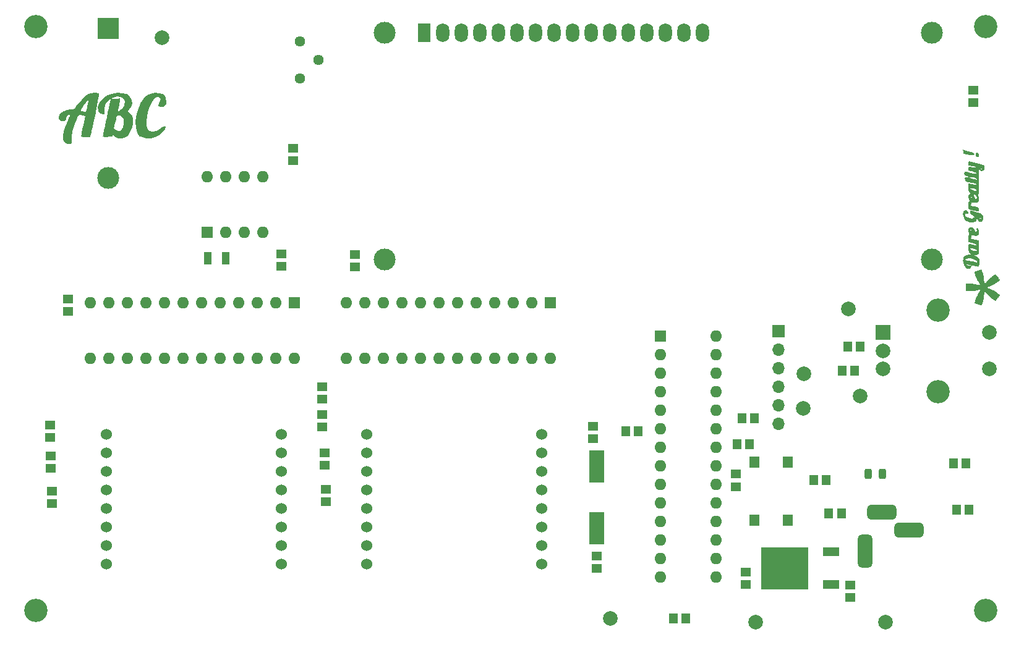
<source format=gbr>
%TF.GenerationSoftware,KiCad,Pcbnew,(6.0.5)*%
%TF.CreationDate,2022-07-21T17:28:52-04:00*%
%TF.ProjectId,Clock,436c6f63-6b2e-46b6-9963-61645f706362,rev?*%
%TF.SameCoordinates,PX4c4b400PY8a48640*%
%TF.FileFunction,Soldermask,Top*%
%TF.FilePolarity,Negative*%
%FSLAX46Y46*%
G04 Gerber Fmt 4.6, Leading zero omitted, Abs format (unit mm)*
G04 Created by KiCad (PCBNEW (6.0.5)) date 2022-07-21 17:28:52*
%MOMM*%
%LPD*%
G01*
G04 APERTURE LIST*
G04 Aperture macros list*
%AMRoundRect*
0 Rectangle with rounded corners*
0 $1 Rounding radius*
0 $2 $3 $4 $5 $6 $7 $8 $9 X,Y pos of 4 corners*
0 Add a 4 corners polygon primitive as box body*
4,1,4,$2,$3,$4,$5,$6,$7,$8,$9,$2,$3,0*
0 Add four circle primitives for the rounded corners*
1,1,$1+$1,$2,$3*
1,1,$1+$1,$4,$5*
1,1,$1+$1,$6,$7*
1,1,$1+$1,$8,$9*
0 Add four rect primitives between the rounded corners*
20,1,$1+$1,$2,$3,$4,$5,0*
20,1,$1+$1,$4,$5,$6,$7,0*
20,1,$1+$1,$6,$7,$8,$9,0*
20,1,$1+$1,$8,$9,$2,$3,0*%
G04 Aperture macros list end*
%ADD10R,1.000000X1.800000*%
%ADD11R,1.150000X1.400000*%
%ADD12C,3.200000*%
%ADD13R,1.600000X1.600000*%
%ADD14O,1.600000X1.600000*%
%ADD15R,1.400000X1.150000*%
%ADD16R,2.000000X2.000000*%
%ADD17C,2.000000*%
%ADD18C,1.524000*%
%ADD19R,2.200000X1.200000*%
%ADD20R,6.400000X5.800000*%
%ADD21R,2.000000X4.500000*%
%ADD22RoundRect,0.243750X-0.243750X-0.456250X0.243750X-0.456250X0.243750X0.456250X-0.243750X0.456250X0*%
%ADD23C,3.000000*%
%ADD24R,1.800000X2.600000*%
%ADD25O,1.800000X2.600000*%
%ADD26C,1.440000*%
%ADD27R,1.400000X1.600000*%
%ADD28RoundRect,0.500000X-0.500000X1.750000X-0.500000X-1.750000X0.500000X-1.750000X0.500000X1.750000X0*%
%ADD29RoundRect,0.500000X-1.500000X-0.500000X1.500000X-0.500000X1.500000X0.500000X-1.500000X0.500000X0*%
%ADD30R,3.000000X3.000000*%
%ADD31R,1.700000X1.700000*%
%ADD32O,1.700000X1.700000*%
G04 APERTURE END LIST*
%TO.C,G\u002A\u002A\u002A*%
G36*
X9749451Y73657561D02*
G01*
X9782476Y73657797D01*
X10055940Y73682141D01*
X10225850Y73784659D01*
X10347397Y73957570D01*
X10565975Y74265954D01*
X10878171Y74629685D01*
X11240848Y75005954D01*
X11610866Y75351949D01*
X11945089Y75624862D01*
X12173288Y75769587D01*
X12523506Y75890965D01*
X12916291Y75955691D01*
X13280941Y75958129D01*
X13546755Y75892647D01*
X13567496Y75880695D01*
X13601535Y75826185D01*
X13611850Y75706516D01*
X13595397Y75502182D01*
X13549133Y75193676D01*
X13470013Y74761494D01*
X13354994Y74186128D01*
X13201031Y73448074D01*
X13151096Y73212282D01*
X13002183Y72513476D01*
X12861743Y71859466D01*
X12736032Y71278989D01*
X12631305Y70800785D01*
X12553817Y70453592D01*
X12510005Y70266856D01*
X12417583Y69906060D01*
X11795913Y69906060D01*
X11455499Y69913424D01*
X11266458Y69942906D01*
X11188051Y70005590D01*
X11177166Y70074432D01*
X11197815Y70227632D01*
X11252276Y70528182D01*
X11332759Y70935561D01*
X11431476Y71409246D01*
X11453600Y71512455D01*
X11727112Y72782107D01*
X11436320Y72883478D01*
X11109759Y72972797D01*
X10895695Y72944667D01*
X10738246Y72774784D01*
X10618623Y72527841D01*
X10240610Y71530606D01*
X9995798Y70632329D01*
X9887869Y69847219D01*
X9882847Y69689707D01*
X9876331Y69315419D01*
X9857235Y69094079D01*
X9812294Y68986213D01*
X9728245Y68952346D01*
X9634848Y68951659D01*
X9352273Y68992236D01*
X9143637Y69051131D01*
X8864361Y69248136D01*
X8715704Y69585832D01*
X8697630Y70063645D01*
X8810102Y70681001D01*
X9053082Y71437324D01*
X9341822Y72142992D01*
X9491158Y72502164D01*
X9591641Y72784980D01*
X9630875Y72953849D01*
X9619451Y72984848D01*
X9356185Y72900098D01*
X9187869Y72681785D01*
X9153788Y72498021D01*
X9083965Y72245131D01*
X8907352Y72101011D01*
X8673234Y72061884D01*
X8430895Y72123967D01*
X8229619Y72283481D01*
X8118691Y72536645D01*
X8113321Y72577830D01*
X8170480Y72912318D01*
X8390675Y73205653D01*
X8745905Y73439718D01*
X8992894Y73523431D01*
X11092954Y73523431D01*
X11200190Y73481570D01*
X11404658Y73419067D01*
X11626988Y73358201D01*
X11787812Y73321251D01*
X11821078Y73319045D01*
X11849446Y73412426D01*
X11905060Y73647437D01*
X11976923Y73977122D01*
X11991927Y74048603D01*
X12072549Y74423089D01*
X12145887Y74743009D01*
X12197290Y74944693D01*
X12200825Y74956442D01*
X12229753Y75086605D01*
X12164874Y75067270D01*
X12085630Y75004548D01*
X11967800Y74874958D01*
X11794453Y74646981D01*
X11594148Y74363229D01*
X11395443Y74066311D01*
X11226894Y73798836D01*
X11117061Y73603415D01*
X11092954Y73523431D01*
X8992894Y73523431D01*
X9208165Y73596394D01*
X9749451Y73657561D01*
G37*
G36*
X21876089Y75933907D02*
G01*
X22330396Y75802430D01*
X22642752Y75548302D01*
X22792568Y75258851D01*
X22867945Y74828872D01*
X22810583Y74467419D01*
X22642893Y74200834D01*
X22387284Y74055457D01*
X22066165Y74057631D01*
X21844464Y74144384D01*
X21724124Y74220841D01*
X21713784Y74307009D01*
X21814559Y74469003D01*
X21850789Y74520031D01*
X22009998Y74839661D01*
X22032900Y75129695D01*
X21919337Y75344536D01*
X21853788Y75390151D01*
X21595955Y75429411D01*
X21322588Y75295511D01*
X21046381Y75005636D01*
X20780029Y74576970D01*
X20536228Y74026697D01*
X20327671Y73371999D01*
X20308466Y73298415D01*
X20179398Y72652350D01*
X20128212Y72054329D01*
X20152111Y71532939D01*
X20248298Y71116766D01*
X20413976Y70834398D01*
X20559235Y70735523D01*
X20978346Y70671610D01*
X21451156Y70761758D01*
X21934382Y70993828D01*
X22216004Y71200093D01*
X22450792Y71358162D01*
X22639928Y71415361D01*
X22675935Y71408994D01*
X22755162Y71350936D01*
X22747699Y71235655D01*
X22647916Y71012552D01*
X22627296Y70971865D01*
X22298575Y70525797D01*
X21834582Y70163179D01*
X21280495Y69900647D01*
X20681494Y69754834D01*
X20082757Y69742375D01*
X19592803Y69854615D01*
X19353586Y69943515D01*
X19208311Y69995443D01*
X19190453Y70000824D01*
X19129395Y70071404D01*
X19001340Y70243525D01*
X18971861Y70284678D01*
X18760520Y70727213D01*
X18646435Y71295411D01*
X18625293Y71951502D01*
X18692779Y72657715D01*
X18844580Y73376280D01*
X19076381Y74069427D01*
X19383869Y74699386D01*
X19496752Y74880263D01*
X19912719Y75386951D01*
X20386716Y75722115D01*
X20950679Y75904876D01*
X21274872Y75944975D01*
X21876089Y75933907D01*
G37*
G36*
X14359737Y71059232D02*
G01*
X15676591Y71059232D01*
X15902879Y70868186D01*
X16205275Y70716193D01*
X16505875Y70749247D01*
X16768793Y70963016D01*
X16776871Y70973717D01*
X16907923Y71252546D01*
X16996867Y71650123D01*
X17013098Y71791520D01*
X17031618Y72137803D01*
X17001672Y72366621D01*
X16909540Y72549774D01*
X16854009Y72624053D01*
X16585917Y72843907D01*
X16369197Y72888636D01*
X16240662Y72885548D01*
X16149188Y72855010D01*
X16079106Y72765111D01*
X16014747Y72583938D01*
X15940440Y72279582D01*
X15840518Y71820131D01*
X15837380Y71805563D01*
X15676591Y71059232D01*
X14359737Y71059232D01*
X14427310Y71384502D01*
X14556906Y71997675D01*
X14685985Y72600000D01*
X14827797Y73258192D01*
X14955256Y73850912D01*
X15063036Y74353290D01*
X15145807Y74740455D01*
X15198241Y74987536D01*
X15215109Y75069804D01*
X15301208Y75093546D01*
X15519232Y75121951D01*
X15808924Y75150018D01*
X16110026Y75172749D01*
X16362283Y75185142D01*
X16505436Y75182198D01*
X16517811Y75177896D01*
X16517864Y75071016D01*
X16481438Y74821714D01*
X16415669Y74474981D01*
X16378653Y74300311D01*
X16306244Y73931308D01*
X16265888Y73645833D01*
X16262764Y73485833D01*
X16275623Y73465909D01*
X16435567Y73537239D01*
X16651946Y73717045D01*
X16873930Y73954047D01*
X17050688Y74196966D01*
X17105661Y74303273D01*
X17178899Y74687205D01*
X17082053Y75025814D01*
X16833523Y75279791D01*
X16601594Y75380257D01*
X16065652Y75437018D01*
X15555093Y75326732D01*
X15099921Y75074725D01*
X14730136Y74706319D01*
X14475739Y74246838D01*
X14366734Y73721605D01*
X14370690Y73497224D01*
X14387050Y73197389D01*
X14364379Y73042874D01*
X14291454Y72988598D01*
X14243156Y72984848D01*
X13862376Y73061105D01*
X13599635Y73281898D01*
X13498184Y73504695D01*
X13455048Y73995254D01*
X13584155Y74469540D01*
X13865342Y74908915D01*
X14278441Y75294738D01*
X14803287Y75608368D01*
X15419716Y75831166D01*
X16107561Y75944492D01*
X16140051Y75946730D01*
X16829629Y75933617D01*
X17380050Y75797532D01*
X17787053Y75540531D01*
X18046378Y75164672D01*
X18103306Y74998652D01*
X18146599Y74494458D01*
X18014714Y74016702D01*
X17771905Y73665778D01*
X17531292Y73414632D01*
X17816459Y73223793D01*
X18089941Y72941800D01*
X18243474Y72534650D01*
X18281517Y71988132D01*
X18269845Y71779214D01*
X18165040Y71225308D01*
X17957282Y70696383D01*
X17674830Y70250534D01*
X17393649Y69977791D01*
X17074373Y69827558D01*
X16660788Y69738759D01*
X16601954Y69733005D01*
X16285035Y69719821D01*
X16080980Y69760367D01*
X15913048Y69875538D01*
X15847493Y69938457D01*
X15677858Y70150416D01*
X15590869Y70340864D01*
X15588617Y70358695D01*
X15565402Y70400037D01*
X15523279Y70276173D01*
X15515833Y70242803D01*
X15473939Y70089368D01*
X15398977Y70000539D01*
X15244041Y69955374D01*
X14962226Y69932930D01*
X14805626Y69925718D01*
X14437162Y69920179D01*
X14230741Y69946614D01*
X14157997Y70009230D01*
X14156861Y70021930D01*
X14176475Y70146393D01*
X14231691Y70432530D01*
X14292355Y70731881D01*
X15607596Y70731881D01*
X15625285Y70607093D01*
X15658128Y70605603D01*
X15681096Y70734372D01*
X15665724Y70790009D01*
X15623003Y70826453D01*
X15607596Y70731881D01*
X14292355Y70731881D01*
X14317104Y70854010D01*
X14359737Y71059232D01*
G37*
G36*
X134463322Y51743850D02*
G01*
X134478702Y51701022D01*
X134501058Y51635281D01*
X134528832Y51551240D01*
X134560468Y51453513D01*
X134574483Y51409648D01*
X134608188Y51304366D01*
X134639464Y51207823D01*
X134666537Y51125400D01*
X134687635Y51062477D01*
X134700987Y51024434D01*
X134703483Y51018037D01*
X134711794Y50986803D01*
X134722705Y50929216D01*
X134735026Y50852396D01*
X134747568Y50763464D01*
X134752732Y50723276D01*
X134764377Y50627827D01*
X134777186Y50519430D01*
X134790583Y50403310D01*
X134803994Y50284689D01*
X134816847Y50168791D01*
X134828566Y50060840D01*
X134838577Y49966058D01*
X134846307Y49889670D01*
X134851181Y49836899D01*
X134852652Y49814101D01*
X134864134Y49791491D01*
X134874320Y49788461D01*
X134884899Y49791809D01*
X134901438Y49803819D01*
X134926844Y49827435D01*
X134964025Y49865605D01*
X135015889Y49921276D01*
X135085343Y49997394D01*
X135138992Y50056677D01*
X135266083Y50196962D01*
X135374467Y50315298D01*
X135467689Y50415030D01*
X135549295Y50499502D01*
X135622828Y50572056D01*
X135691834Y50636037D01*
X135759858Y50694789D01*
X135830444Y50751656D01*
X135907137Y50809981D01*
X135993481Y50873107D01*
X136039741Y50906343D01*
X136128689Y50969738D01*
X136208873Y51026366D01*
X136276106Y51073311D01*
X136326201Y51107659D01*
X136354971Y51126495D01*
X136359768Y51129109D01*
X136374996Y51118225D01*
X136405827Y51084264D01*
X136448531Y51031737D01*
X136499380Y50965155D01*
X136531930Y50920776D01*
X136601520Y50824570D01*
X136679599Y50716730D01*
X136757075Y50609810D01*
X136824856Y50516360D01*
X136830902Y50508032D01*
X136881993Y50436694D01*
X136925109Y50374659D01*
X136956722Y50327150D01*
X136973301Y50299386D01*
X136974933Y50294929D01*
X136962023Y50281901D01*
X136926257Y50252465D01*
X136872083Y50209947D01*
X136803949Y50157670D01*
X136726302Y50098959D01*
X136643590Y50037140D01*
X136560260Y49975535D01*
X136480760Y49917471D01*
X136409538Y49866271D01*
X136351041Y49825261D01*
X136310421Y49798208D01*
X136274147Y49778163D01*
X136215692Y49748956D01*
X136143773Y49714841D01*
X136082228Y49686798D01*
X135994686Y49647470D01*
X135902644Y49605793D01*
X135819614Y49567898D01*
X135779045Y49549204D01*
X135709514Y49517384D01*
X135621941Y49477889D01*
X135529172Y49436490D01*
X135467440Y49409213D01*
X135370878Y49366350D01*
X135302974Y49334127D01*
X135261447Y49309861D01*
X135244015Y49290868D01*
X135248398Y49274463D01*
X135272313Y49257962D01*
X135313480Y49238680D01*
X135320059Y49235794D01*
X135372905Y49212326D01*
X135443608Y49180471D01*
X135519445Y49145972D01*
X135543236Y49135075D01*
X135620358Y49099677D01*
X135698739Y49063699D01*
X135764447Y49033536D01*
X135779045Y49026834D01*
X135830253Y49003449D01*
X135902845Y48970461D01*
X135987490Y48932103D01*
X136074858Y48892610D01*
X136082228Y48889283D01*
X136170398Y48847351D01*
X136257050Y48802407D01*
X136332506Y48759697D01*
X136387086Y48724468D01*
X136389233Y48722894D01*
X136435632Y48688801D01*
X136502434Y48640030D01*
X136582723Y48581615D01*
X136669585Y48518589D01*
X136730257Y48474668D01*
X136808817Y48416960D01*
X136876902Y48365232D01*
X136930148Y48322943D01*
X136964192Y48293547D01*
X136974807Y48280968D01*
X136965279Y48262316D01*
X136938960Y48221638D01*
X136899231Y48163889D01*
X136849471Y48094023D01*
X136813866Y48045159D01*
X136756944Y47967472D01*
X136705173Y47896379D01*
X136662714Y47837626D01*
X136633728Y47796959D01*
X136624836Y47784085D01*
X136601864Y47751315D01*
X136587500Y47733554D01*
X136574382Y47717066D01*
X136546401Y47679351D01*
X136508164Y47626674D01*
X136479132Y47586173D01*
X136436011Y47527866D01*
X136398897Y47481603D01*
X136372674Y47453257D01*
X136363585Y47447215D01*
X136344018Y47456669D01*
X136303904Y47482241D01*
X136249577Y47519739D01*
X136202069Y47554085D01*
X136128389Y47607880D01*
X136039089Y47672375D01*
X135946143Y47738954D01*
X135871684Y47791830D01*
X135798683Y47844635D01*
X135732184Y47894992D01*
X135678984Y47937603D01*
X135645881Y47967170D01*
X135643374Y47969815D01*
X135610273Y48005931D01*
X135557754Y48063078D01*
X135489244Y48137536D01*
X135408174Y48225580D01*
X135317970Y48323488D01*
X135222062Y48427537D01*
X135123879Y48534004D01*
X135073435Y48588682D01*
X135009379Y48656520D01*
X134952782Y48713467D01*
X134907631Y48755749D01*
X134877914Y48779591D01*
X134868087Y48783037D01*
X134860729Y48761418D01*
X134851736Y48714116D01*
X134842455Y48649006D01*
X134836920Y48600994D01*
X134815748Y48399843D01*
X134797456Y48228422D01*
X134781378Y48082962D01*
X134766848Y47959693D01*
X134753200Y47854845D01*
X134739768Y47764650D01*
X134725886Y47685337D01*
X134710888Y47613137D01*
X134694107Y47544281D01*
X134674878Y47474998D01*
X134652534Y47401520D01*
X134626410Y47320077D01*
X134595839Y47226899D01*
X134592126Y47215616D01*
X134554342Y47103233D01*
X134519624Y47004570D01*
X134489484Y46923603D01*
X134465437Y46864305D01*
X134448994Y46830651D01*
X134443187Y46824405D01*
X134419620Y46829579D01*
X134371791Y46843236D01*
X134307364Y46863111D01*
X134254708Y46880097D01*
X134181962Y46903932D01*
X134086387Y46935180D01*
X133977191Y46970834D01*
X133863580Y47007889D01*
X133778879Y47035485D01*
X133660284Y47075072D01*
X133572252Y47106756D01*
X133512803Y47131342D01*
X133479961Y47149638D01*
X133471485Y47160837D01*
X133476541Y47183324D01*
X133490751Y47233100D01*
X133512674Y47305473D01*
X133540872Y47395755D01*
X133573906Y47499254D01*
X133600055Y47579868D01*
X133630328Y47672603D01*
X133656544Y47751743D01*
X133680493Y47820980D01*
X133703969Y47884009D01*
X133728762Y47944522D01*
X133756665Y48006214D01*
X133789469Y48072777D01*
X133828968Y48147906D01*
X133876952Y48235293D01*
X133935213Y48338632D01*
X134005544Y48461617D01*
X134089737Y48607942D01*
X134147459Y48708141D01*
X134195106Y48792285D01*
X134235549Y48866448D01*
X134266238Y48925721D01*
X134284621Y48965195D01*
X134288593Y48979652D01*
X134268844Y48984369D01*
X134228420Y48981208D01*
X134208751Y48977721D01*
X134153883Y48966535D01*
X134082569Y48952032D01*
X134018899Y48939109D01*
X133949355Y48925004D01*
X133861109Y48907102D01*
X133768474Y48888306D01*
X133724138Y48879309D01*
X133634202Y48861187D01*
X133540782Y48842574D01*
X133458461Y48826369D01*
X133425915Y48820055D01*
X133354937Y48805623D01*
X133287618Y48790655D01*
X133240637Y48778944D01*
X133204467Y48773689D01*
X133138906Y48769155D01*
X133048245Y48765490D01*
X132936774Y48762845D01*
X132808785Y48761366D01*
X132725920Y48761102D01*
X132275117Y48761008D01*
X132279567Y49287367D01*
X132284018Y49813726D01*
X133176724Y49813726D01*
X133520359Y49741157D01*
X133698012Y49703697D01*
X133845542Y49672748D01*
X133965766Y49647767D01*
X134061500Y49628212D01*
X134135561Y49613540D01*
X134190767Y49603208D01*
X134229934Y49596674D01*
X134255879Y49593396D01*
X134271418Y49592830D01*
X134279370Y49594434D01*
X134280063Y49594816D01*
X134282398Y49613759D01*
X134269193Y49648928D01*
X134264081Y49658395D01*
X134156607Y49846402D01*
X134064376Y50008259D01*
X133985855Y50147032D01*
X133919512Y50265785D01*
X133863814Y50367583D01*
X133817231Y50455489D01*
X133778228Y50532568D01*
X133745274Y50601886D01*
X133716837Y50666505D01*
X133691384Y50729491D01*
X133667383Y50793907D01*
X133643301Y50862819D01*
X133617607Y50939291D01*
X133605826Y50974823D01*
X133570691Y51082868D01*
X133539345Y51182876D01*
X133513362Y51269527D01*
X133494317Y51337499D01*
X133483785Y51381471D01*
X133482213Y51392537D01*
X133482516Y51416777D01*
X133489989Y51434375D01*
X133510576Y51449309D01*
X133550220Y51465556D01*
X133614864Y51487094D01*
X133631498Y51492445D01*
X133695924Y51513238D01*
X133784347Y51541914D01*
X133888750Y51575867D01*
X134001119Y51612490D01*
X134113438Y51649176D01*
X134116400Y51650145D01*
X134216298Y51682714D01*
X134304881Y51711401D01*
X134377329Y51734660D01*
X134428819Y51750946D01*
X134454529Y51758713D01*
X134456476Y51759151D01*
X134463322Y51743850D01*
G37*
G36*
X133351150Y52262055D02*
G01*
X133224601Y52290735D01*
X132802049Y52383251D01*
X132528288Y52432042D01*
X132395909Y52437454D01*
X132397501Y52399833D01*
X132517956Y52323678D01*
X132727705Y52251154D01*
X132903419Y52251245D01*
X133030355Y52246186D01*
X133061561Y52148270D01*
X132993014Y51998547D01*
X132934779Y51931356D01*
X132842291Y51841083D01*
X132768764Y51813610D01*
X132649092Y51842952D01*
X132508541Y51892162D01*
X132228492Y52071630D01*
X132226674Y52074396D01*
X132031788Y52370877D01*
X131946395Y52712931D01*
X132186336Y52712931D01*
X132197054Y52676198D01*
X132226674Y52666004D01*
X132237985Y52777636D01*
X132225233Y52892839D01*
X132197054Y52879074D01*
X132186336Y52712931D01*
X131946395Y52712931D01*
X131934105Y52762162D01*
X131926198Y52922590D01*
X131932743Y53102824D01*
X132254085Y53102824D01*
X132337438Y53048751D01*
X132536000Y52988945D01*
X132871131Y52915148D01*
X132924135Y52904439D01*
X133261821Y52834904D01*
X133543904Y52773555D01*
X133728972Y52729550D01*
X133772364Y52716847D01*
X133858125Y52747786D01*
X133873802Y52813496D01*
X133801868Y52932573D01*
X133610885Y53064046D01*
X133528914Y53104422D01*
X133247050Y53197111D01*
X132928736Y53249474D01*
X132623811Y53259344D01*
X132382118Y53224552D01*
X132264583Y53159421D01*
X132254085Y53102824D01*
X131932743Y53102824D01*
X131935834Y53187962D01*
X131960316Y53399228D01*
X131976607Y53463777D01*
X132112748Y53623421D01*
X132356932Y53751937D01*
X132655033Y53824636D01*
X132785189Y53832588D01*
X133084188Y53832588D01*
X132870369Y54000778D01*
X132756290Y54105977D01*
X132691910Y54227479D01*
X132663308Y54412933D01*
X132658525Y54623581D01*
X132929662Y54623581D01*
X132968168Y54538268D01*
X132979997Y54523753D01*
X133118380Y54425886D01*
X133329854Y54338188D01*
X133547560Y54281953D01*
X133704643Y54278474D01*
X133724173Y54286746D01*
X133792108Y54381036D01*
X133704553Y54476047D01*
X133488339Y54558672D01*
X133248546Y54614740D01*
X133054057Y54642883D01*
X133032076Y54643637D01*
X132929662Y54623581D01*
X132658525Y54623581D01*
X132656563Y54709989D01*
X132656549Y54732676D01*
X132659507Y55027151D01*
X132676004Y55192051D01*
X132717477Y55260087D01*
X132795362Y55263970D01*
X132839137Y55254918D01*
X133287663Y55156720D01*
X133587759Y55099827D01*
X133747566Y55082805D01*
X133778290Y55089579D01*
X133780538Y55173819D01*
X133629393Y55259978D01*
X133333646Y55343838D01*
X133185033Y55374251D01*
X132656549Y55473969D01*
X132656549Y55987467D01*
X132668508Y56262003D01*
X132699674Y56466969D01*
X132737919Y56551254D01*
X132773547Y56659794D01*
X132733225Y56762354D01*
X132681648Y56950794D01*
X132670269Y57196795D01*
X132670298Y57197218D01*
X132933596Y57197218D01*
X133016948Y57116589D01*
X133172445Y57024487D01*
X133260398Y57000025D01*
X133272154Y57041121D01*
X133188803Y57121750D01*
X133033305Y57213852D01*
X132945352Y57238314D01*
X132933596Y57197218D01*
X132670298Y57197218D01*
X132672143Y57224043D01*
X132705450Y57426939D01*
X132786845Y57519731D01*
X132928739Y57551414D01*
X133161242Y57513010D01*
X133376943Y57376170D01*
X133520577Y57184798D01*
X133549201Y57058499D01*
X133596907Y56940990D01*
X133691214Y56935451D01*
X133794643Y56981841D01*
X133807259Y57085372D01*
X133749407Y57261182D01*
X133744932Y57381053D01*
X133808315Y57403195D01*
X133988774Y57331904D01*
X134091952Y57120838D01*
X134117252Y56857749D01*
X134101751Y56623853D01*
X134037195Y56492786D01*
X133909202Y56412270D01*
X133678270Y56358375D01*
X133388335Y56400982D01*
X133381726Y56402735D01*
X133260398Y56430269D01*
X133177853Y56449001D01*
X133085583Y56436380D01*
X133062448Y56357009D01*
X133062300Y56343606D01*
X133036521Y56146874D01*
X133016247Y56079203D01*
X133026379Y56008387D01*
X133134922Y55948927D01*
X133366973Y55890236D01*
X133543588Y55856719D01*
X134116982Y55754247D01*
X134108471Y54854280D01*
X134097917Y54481019D01*
X134075889Y54163693D01*
X134045811Y53940006D01*
X134017519Y53852876D01*
X133883120Y53779678D01*
X133704643Y53751535D01*
X133681278Y53747851D01*
X133427476Y53744265D01*
X133729283Y53584898D01*
X133941571Y53446752D01*
X134093248Y53301956D01*
X134114747Y53269219D01*
X134160040Y53163128D01*
X134180244Y53034394D01*
X134176598Y52840801D01*
X134150341Y52540134D01*
X134139287Y52432748D01*
X134096093Y52237626D01*
X134028876Y52135149D01*
X134010916Y52130518D01*
X133891933Y52148716D01*
X133772364Y52172587D01*
X133657755Y52195467D01*
X133351150Y52262055D01*
G37*
G36*
X134084801Y67630245D02*
G01*
X134117252Y67465815D01*
X134077553Y67282650D01*
X133995527Y67193018D01*
X133793151Y67180024D01*
X133662802Y67301385D01*
X133630351Y67465815D01*
X133670051Y67648980D01*
X133752077Y67738611D01*
X133954452Y67751606D01*
X134084801Y67630245D01*
G37*
G36*
X134015751Y58443640D02*
G01*
X133907916Y58643054D01*
X133903814Y58788834D01*
X134213956Y58788834D01*
X134253129Y58714838D01*
X134320128Y58701598D01*
X134421125Y58742773D01*
X134426299Y58788834D01*
X134342521Y58872675D01*
X134320128Y58876070D01*
X134224976Y58812893D01*
X134213956Y58788834D01*
X133903814Y58788834D01*
X133901764Y58861696D01*
X133914210Y59034852D01*
X133873595Y59107289D01*
X133871773Y59107348D01*
X133821419Y59035539D01*
X133794213Y58856962D01*
X133792652Y58795325D01*
X133727098Y58487126D01*
X133544357Y58273777D01*
X133265310Y58164813D01*
X132910840Y58169770D01*
X132607590Y58254161D01*
X132252692Y58458502D01*
X132029264Y58754323D01*
X131931922Y59149795D01*
X131926501Y59288065D01*
X131942180Y59543471D01*
X132004917Y59697676D01*
X132123632Y59801021D01*
X132305588Y59883963D01*
X132468988Y59850631D01*
X132493732Y59837977D01*
X132599075Y59726800D01*
X132640615Y59578833D01*
X132615720Y59453471D01*
X132521760Y59410108D01*
X132512610Y59411661D01*
X132339038Y59447514D01*
X132316481Y59452237D01*
X132219549Y59404544D01*
X132190227Y59337892D01*
X132228130Y59169089D01*
X132386007Y59002542D01*
X132622742Y58860298D01*
X132897220Y58764402D01*
X133168325Y58736902D01*
X133280519Y58753275D01*
X133438910Y58844618D01*
X133461663Y58982710D01*
X133355052Y59135548D01*
X133184025Y59245417D01*
X132988388Y59365624D01*
X132909224Y59507659D01*
X132900000Y59617962D01*
X132923742Y59785499D01*
X133002241Y59815370D01*
X133013507Y59811507D01*
X133149904Y59773439D01*
X133389301Y59718647D01*
X133627311Y59669523D01*
X133943735Y59587085D01*
X134235065Y59477696D01*
X134386168Y59397392D01*
X134557519Y59253924D01*
X134640042Y59082411D01*
X134668651Y58860783D01*
X134661639Y58599140D01*
X134609991Y58420978D01*
X134591558Y58396862D01*
X134397222Y58293825D01*
X134320128Y58303031D01*
X134192070Y58318324D01*
X134015751Y58443640D01*
G37*
G36*
X133111937Y60904620D02*
G01*
X133056578Y60825364D01*
X133036193Y60738256D01*
X133027012Y60581161D01*
X133093192Y60480748D01*
X133264674Y60414547D01*
X133532427Y60365849D01*
X133834937Y60313311D01*
X134010254Y60252492D01*
X134092658Y60158740D01*
X134116429Y60007403D01*
X134117252Y59945274D01*
X134102608Y59758536D01*
X134044619Y59697265D01*
X133975240Y59707530D01*
X133814670Y59748918D01*
X133566877Y59805498D01*
X133427476Y59835342D01*
X133073525Y59908104D01*
X132847858Y59964909D01*
X132721900Y60031468D01*
X132667075Y60133493D01*
X132654809Y60296697D01*
X132656549Y60529022D01*
X132663409Y60819054D01*
X132689674Y60980547D01*
X132743871Y61046900D01*
X132790852Y61054952D01*
X132879963Y61066551D01*
X132855592Y61129010D01*
X132790852Y61203355D01*
X132694852Y61400659D01*
X132662254Y61640882D01*
X132974615Y61640882D01*
X133091741Y61563626D01*
X133113959Y61553303D01*
X133265780Y61489415D01*
X133289595Y61501000D01*
X133212283Y61586078D01*
X133070327Y61680708D01*
X132979916Y61690217D01*
X132974615Y61640882D01*
X132662254Y61640882D01*
X132656596Y61682573D01*
X132656549Y61692871D01*
X132674797Y61927413D01*
X132711188Y61993493D01*
X133381050Y61993493D01*
X133396940Y61900922D01*
X133484813Y61707993D01*
X133599087Y61506648D01*
X133686517Y61437284D01*
X133757026Y61464811D01*
X133822819Y61574310D01*
X133779023Y61742147D01*
X133775078Y61750891D01*
X133688172Y61896885D01*
X133627745Y61944617D01*
X133623963Y61947604D01*
X133500295Y61973835D01*
X133441378Y61994073D01*
X133381050Y61993493D01*
X132711188Y61993493D01*
X132743073Y62051390D01*
X132823493Y62095740D01*
X132990436Y62157497D01*
X132823493Y62308578D01*
X132729507Y62424446D01*
X132678162Y62587685D01*
X132658644Y62839792D01*
X132900000Y62839792D01*
X132969787Y62752577D01*
X133142058Y62653538D01*
X133361177Y62567455D01*
X133571510Y62519109D01*
X133627745Y62515655D01*
X133768486Y62555188D01*
X133771700Y62647705D01*
X133650639Y62745569D01*
X133451303Y62821712D01*
X133226712Y62871068D01*
X133029567Y62887022D01*
X132912567Y62862959D01*
X132900000Y62839792D01*
X132658644Y62839792D01*
X132658245Y62844944D01*
X132656549Y63003206D01*
X132656549Y63546753D01*
X133188107Y63427511D01*
X133499378Y63370450D01*
X133709752Y63357695D01*
X133802015Y63387317D01*
X133758959Y63457387D01*
X133756904Y63458788D01*
X133716013Y63486669D01*
X133573478Y63538622D01*
X133326964Y63597959D01*
X133033607Y63652466D01*
X132778275Y63687137D01*
X132574902Y63736527D01*
X132368734Y63825092D01*
X132237269Y63918900D01*
X132231754Y63926433D01*
X132183765Y64075102D01*
X132170891Y64209665D01*
X132190292Y64341871D01*
X132283545Y64373721D01*
X132405759Y64355174D01*
X132611123Y64351597D01*
X132615556Y64355583D01*
X132818850Y64355583D01*
X132894057Y64262372D01*
X133096139Y64194501D01*
X133123163Y64189648D01*
X133378279Y64141761D01*
X133593952Y64092970D01*
X133610064Y64088662D01*
X133756904Y64081280D01*
X133792652Y64131202D01*
X133725584Y64227692D01*
X133610064Y64291609D01*
X133405085Y64352407D01*
X133149018Y64410161D01*
X133123163Y64415003D01*
X132916878Y64438254D01*
X132829193Y64402130D01*
X132818850Y64355583D01*
X132615556Y64355583D01*
X132683635Y64416792D01*
X132652117Y64503160D01*
X132472821Y64564795D01*
X132406949Y64576555D01*
X132201681Y64620973D01*
X132111215Y64698018D01*
X132088897Y64856848D01*
X132088498Y64912090D01*
X132100737Y65100075D01*
X132157519Y65166609D01*
X132271086Y65155990D01*
X132442281Y65117835D01*
X132712025Y65057736D01*
X133006473Y64992143D01*
X133381239Y64912711D01*
X133618332Y64874814D01*
X133736944Y64878344D01*
X133756271Y64923195D01*
X133713613Y64988191D01*
X133583968Y65067513D01*
X133350726Y65149608D01*
X133135626Y65201624D01*
X132870618Y65257842D01*
X132727471Y65313057D01*
X132668654Y65396870D01*
X132656639Y65538882D01*
X132656549Y65579488D01*
X132659163Y65630512D01*
X134307127Y65630512D01*
X134320128Y65599361D01*
X134427628Y65521241D01*
X134451431Y65518211D01*
X134495428Y65568210D01*
X134482428Y65599361D01*
X134374927Y65677482D01*
X134351124Y65680511D01*
X134307127Y65630512D01*
X132659163Y65630512D01*
X132666170Y65767285D01*
X132725844Y65833260D01*
X132881787Y65817846D01*
X132920287Y65810223D01*
X133334429Y65732425D01*
X133604863Y65694940D01*
X133744809Y65696669D01*
X133767487Y65736512D01*
X133765511Y65739924D01*
X133664172Y65797035D01*
X133449957Y65864243D01*
X133185033Y65923772D01*
X132903214Y65980175D01*
X132745145Y66032089D01*
X132675042Y66104875D01*
X132657122Y66223893D01*
X132656549Y66298326D01*
X132666995Y66482495D01*
X132692567Y66571626D01*
X132696826Y66573163D01*
X132844032Y66554480D01*
X133099400Y66504680D01*
X133424235Y66433135D01*
X133779844Y66349216D01*
X134127532Y66262295D01*
X134428607Y66181745D01*
X134644375Y66116936D01*
X134733622Y66079835D01*
X134826645Y65915930D01*
X134851142Y65683878D01*
X134811264Y65452821D01*
X134711160Y65291900D01*
X134685303Y65274761D01*
X134474036Y65240830D01*
X134451431Y65250292D01*
X134272649Y65325124D01*
X134171306Y65456418D01*
X134149217Y65491084D01*
X134132311Y65461182D01*
X134120030Y65351036D01*
X134111817Y65144973D01*
X134107114Y64827317D01*
X134105362Y64382395D01*
X134106004Y63794532D01*
X134106441Y63634300D01*
X134103912Y63110338D01*
X134093674Y62671173D01*
X134076691Y62337282D01*
X134053924Y62129146D01*
X134032713Y62067234D01*
X133999617Y61961196D01*
X134035883Y61866864D01*
X134100834Y61649586D01*
X134114626Y61384498D01*
X134080314Y61138530D01*
X134000953Y60978617D01*
X133995108Y60973454D01*
X133814805Y60910649D01*
X133686517Y60909001D01*
X133515494Y60906803D01*
X133474685Y60910353D01*
X133265780Y60924838D01*
X133235913Y60926909D01*
X133111937Y60904620D01*
G37*
G36*
X132672433Y67961020D02*
G01*
X133030743Y67852032D01*
X133259753Y67765728D01*
X133388129Y67687520D01*
X133444534Y67602822D01*
X133453408Y67563567D01*
X133439828Y67426788D01*
X133315748Y67389383D01*
X133291107Y67389652D01*
X133117160Y67405729D01*
X132843396Y67443021D01*
X132534824Y67492499D01*
X131966773Y67590360D01*
X131942082Y67884965D01*
X131917390Y68179569D01*
X132672433Y67961020D01*
G37*
%TD*%
D10*
%TO.C,Y2*%
X28468000Y53296000D03*
X30968000Y53296000D03*
%TD*%
D11*
%TO.C,R1*%
X85774000Y29557000D03*
X87474000Y29557000D03*
%TD*%
D12*
%TO.C,H4*%
X135000000Y5000000D03*
%TD*%
D13*
%TO.C,U5*%
X75453000Y47200000D03*
D14*
X72913000Y47200000D03*
X70373000Y47200000D03*
X67833000Y47200000D03*
X65293000Y47200000D03*
X62753000Y47200000D03*
X60213000Y47200000D03*
X57673000Y47200000D03*
X55133000Y47200000D03*
X52593000Y47200000D03*
X50053000Y47200000D03*
X47513000Y47200000D03*
X47513000Y39580000D03*
X50053000Y39580000D03*
X52593000Y39580000D03*
X55133000Y39580000D03*
X57673000Y39580000D03*
X60213000Y39580000D03*
X62753000Y39580000D03*
X65293000Y39580000D03*
X67833000Y39580000D03*
X70373000Y39580000D03*
X72913000Y39580000D03*
X75453000Y39580000D03*
%TD*%
D15*
%TO.C,C6*%
X81798000Y12500000D03*
X81798000Y10800000D03*
%TD*%
D12*
%TO.C,SW1*%
X128500000Y46200000D03*
X128500000Y35000000D03*
D16*
X121000000Y43100000D03*
D17*
X121000000Y38100000D03*
X121000000Y40600000D03*
X135500000Y38100000D03*
X135500000Y43100000D03*
%TD*%
D18*
%TO.C,D2*%
X14618000Y29176000D03*
X14618000Y26636000D03*
X14618000Y24096000D03*
X14618000Y21556000D03*
X14618000Y19016000D03*
X14618000Y16476000D03*
X14618000Y13936000D03*
X14618000Y11396000D03*
X38618000Y11396000D03*
X38618000Y13936000D03*
X38618000Y16476000D03*
X38618000Y19016000D03*
X38618000Y21556000D03*
X38618000Y24096000D03*
X38618000Y26636000D03*
X38618000Y29176000D03*
%TD*%
D15*
%TO.C,C13*%
X100800000Y23700000D03*
X100800000Y22000000D03*
%TD*%
%TO.C,R6*%
X44200000Y30200000D03*
X44200000Y31900000D03*
%TD*%
D11*
%TO.C,C11*%
X101650000Y31400000D03*
X103350000Y31400000D03*
%TD*%
D17*
%TO.C,A_TP1*%
X116215000Y46321000D03*
%TD*%
D15*
%TO.C,C3*%
X102200000Y10300000D03*
X102200000Y8600000D03*
%TD*%
D19*
%TO.C,U1*%
X113825000Y8545000D03*
D20*
X107525000Y10825000D03*
D19*
X113825000Y13105000D03*
%TD*%
D15*
%TO.C,C10*%
X7000000Y26200000D03*
X7000000Y24500000D03*
%TD*%
D11*
%TO.C,C4*%
X92251000Y3903000D03*
X93951000Y3903000D03*
%TD*%
D17*
%TO.C,DO_TP1*%
X83600000Y3900000D03*
%TD*%
D15*
%TO.C,C9*%
X44700000Y21600000D03*
X44700000Y19900000D03*
%TD*%
D11*
%TO.C,R2*%
X115400000Y37900000D03*
X117100000Y37900000D03*
%TD*%
D21*
%TO.C,Y1*%
X81798000Y24790000D03*
X81798000Y16290000D03*
%TD*%
D22*
%TO.C,D3*%
X118962500Y23700000D03*
X120837500Y23700000D03*
%TD*%
D17*
%TO.C,TX_TP1*%
X110100000Y37500000D03*
%TD*%
D15*
%TO.C,R11*%
X133350000Y76350000D03*
X133350000Y74650000D03*
%TD*%
%TO.C,C7*%
X44500000Y26650000D03*
X44500000Y24950000D03*
%TD*%
%TO.C,R4*%
X48700000Y53800000D03*
X48700000Y52100000D03*
%TD*%
D17*
%TO.C,VCC_TP1*%
X103515000Y3395000D03*
%TD*%
D15*
%TO.C,C5*%
X81290000Y28580000D03*
X81290000Y30280000D03*
%TD*%
D13*
%TO.C,U6*%
X40396000Y47210000D03*
D14*
X37856000Y47210000D03*
X35316000Y47210000D03*
X32776000Y47210000D03*
X30236000Y47210000D03*
X27696000Y47210000D03*
X25156000Y47210000D03*
X22616000Y47210000D03*
X20076000Y47210000D03*
X17536000Y47210000D03*
X14996000Y47210000D03*
X12456000Y47210000D03*
X12456000Y39590000D03*
X14996000Y39590000D03*
X17536000Y39590000D03*
X20076000Y39590000D03*
X22616000Y39590000D03*
X25156000Y39590000D03*
X27696000Y39590000D03*
X30236000Y39590000D03*
X32776000Y39590000D03*
X35316000Y39590000D03*
X37856000Y39590000D03*
X40396000Y39590000D03*
%TD*%
D12*
%TO.C,H2*%
X135000000Y85000000D03*
%TD*%
D15*
%TO.C,R12*%
X38600000Y52150000D03*
X38600000Y53850000D03*
%TD*%
D12*
%TO.C,H3*%
X5000000Y5000000D03*
%TD*%
D17*
%TO.C,RX_TP1*%
X110000000Y32700000D03*
%TD*%
%TO.C,B_TP1*%
X117866000Y34383000D03*
%TD*%
D11*
%TO.C,R10*%
X111450000Y22900000D03*
X113150000Y22900000D03*
%TD*%
D12*
%TO.C,H1*%
X5000000Y85000000D03*
%TD*%
D23*
%TO.C,DS1*%
X127680000Y84157500D03*
X52680900Y53156800D03*
X52680900Y84157500D03*
X127679480Y53156800D03*
D24*
X58180000Y84157500D03*
D25*
X60720000Y84157500D03*
X63260000Y84157500D03*
X65800000Y84157500D03*
X68340000Y84157500D03*
X70880000Y84157500D03*
X73420000Y84157500D03*
X75960000Y84157500D03*
X78500000Y84157500D03*
X81040000Y84157500D03*
X83580000Y84157500D03*
X86120000Y84157500D03*
X88660000Y84157500D03*
X91200000Y84157500D03*
X93740000Y84157500D03*
X96280000Y84157500D03*
%TD*%
D11*
%TO.C,R9*%
X132700000Y18800000D03*
X131000000Y18800000D03*
%TD*%
D15*
%TO.C,R5*%
X9400000Y47700000D03*
X9400000Y46000000D03*
%TD*%
D11*
%TO.C,R3*%
X116150000Y41200000D03*
X117850000Y41200000D03*
%TD*%
D13*
%TO.C,U4*%
X28458000Y56862000D03*
D14*
X30998000Y56862000D03*
X33538000Y56862000D03*
X36078000Y56862000D03*
X36078000Y64482000D03*
X33538000Y64482000D03*
X30998000Y64482000D03*
X28458000Y64482000D03*
%TD*%
D11*
%TO.C,C12*%
X130650000Y25200000D03*
X132350000Y25200000D03*
%TD*%
D26*
%TO.C,RV1*%
X41158000Y77944000D03*
X43698000Y80484000D03*
X41158000Y83024000D03*
%TD*%
D17*
%TO.C,VBAT_TP1*%
X22235000Y83532000D03*
%TD*%
%TO.C,TP_GND1*%
X121300000Y3400000D03*
%TD*%
D15*
%TO.C,C2*%
X116500000Y8500000D03*
X116500000Y6800000D03*
%TD*%
%TO.C,R8*%
X6900000Y28700000D03*
X6900000Y30400000D03*
%TD*%
D13*
%TO.C,U2*%
X90444000Y42628000D03*
D14*
X90444000Y40088000D03*
X90444000Y37548000D03*
X90444000Y35008000D03*
X90444000Y32468000D03*
X90444000Y29928000D03*
X90444000Y27388000D03*
X90444000Y24848000D03*
X90444000Y22308000D03*
X90444000Y19768000D03*
X90444000Y17228000D03*
X90444000Y14688000D03*
X90444000Y12148000D03*
X90444000Y9608000D03*
X98064000Y9608000D03*
X98064000Y12148000D03*
X98064000Y14688000D03*
X98064000Y17228000D03*
X98064000Y19768000D03*
X98064000Y22308000D03*
X98064000Y24848000D03*
X98064000Y27388000D03*
X98064000Y29928000D03*
X98064000Y32468000D03*
X98064000Y35008000D03*
X98064000Y37548000D03*
X98064000Y40088000D03*
X98064000Y42628000D03*
%TD*%
D27*
%TO.C,SW2*%
X107888000Y25366000D03*
X107888000Y17366000D03*
X103388000Y25366000D03*
X103388000Y17366000D03*
%TD*%
D11*
%TO.C,C1*%
X100950000Y27800000D03*
X102650000Y27800000D03*
%TD*%
D15*
%TO.C,R7*%
X44200000Y34000000D03*
X44200000Y35700000D03*
%TD*%
%TO.C,C8*%
X7200000Y21350000D03*
X7200000Y19650000D03*
%TD*%
D18*
%TO.C,D1*%
X50240000Y29176000D03*
X50240000Y26636000D03*
X50240000Y24096000D03*
X50240000Y21556000D03*
X50240000Y19016000D03*
X50240000Y16476000D03*
X50240000Y13936000D03*
X50240000Y11396000D03*
X74240000Y11396000D03*
X74240000Y13936000D03*
X74240000Y16476000D03*
X74240000Y19016000D03*
X74240000Y21556000D03*
X74240000Y24096000D03*
X74240000Y26636000D03*
X74240000Y29176000D03*
%TD*%
D11*
%TO.C,R14*%
X113550000Y18300000D03*
X115250000Y18300000D03*
%TD*%
D15*
%TO.C,R13*%
X40200000Y68400000D03*
X40200000Y66700000D03*
%TD*%
D28*
%TO.C,J1*%
X118500000Y13200000D03*
D29*
X120800000Y18500000D03*
X124500000Y16000000D03*
%TD*%
D30*
%TO.C,BT1*%
X14900000Y84800000D03*
D23*
X14900000Y64310000D03*
%TD*%
D31*
%TO.C,J2*%
X106690000Y43273000D03*
D32*
X106690000Y40733000D03*
X106690000Y38193000D03*
X106690000Y35653000D03*
X106690000Y33113000D03*
X106690000Y30573000D03*
%TD*%
M02*

</source>
